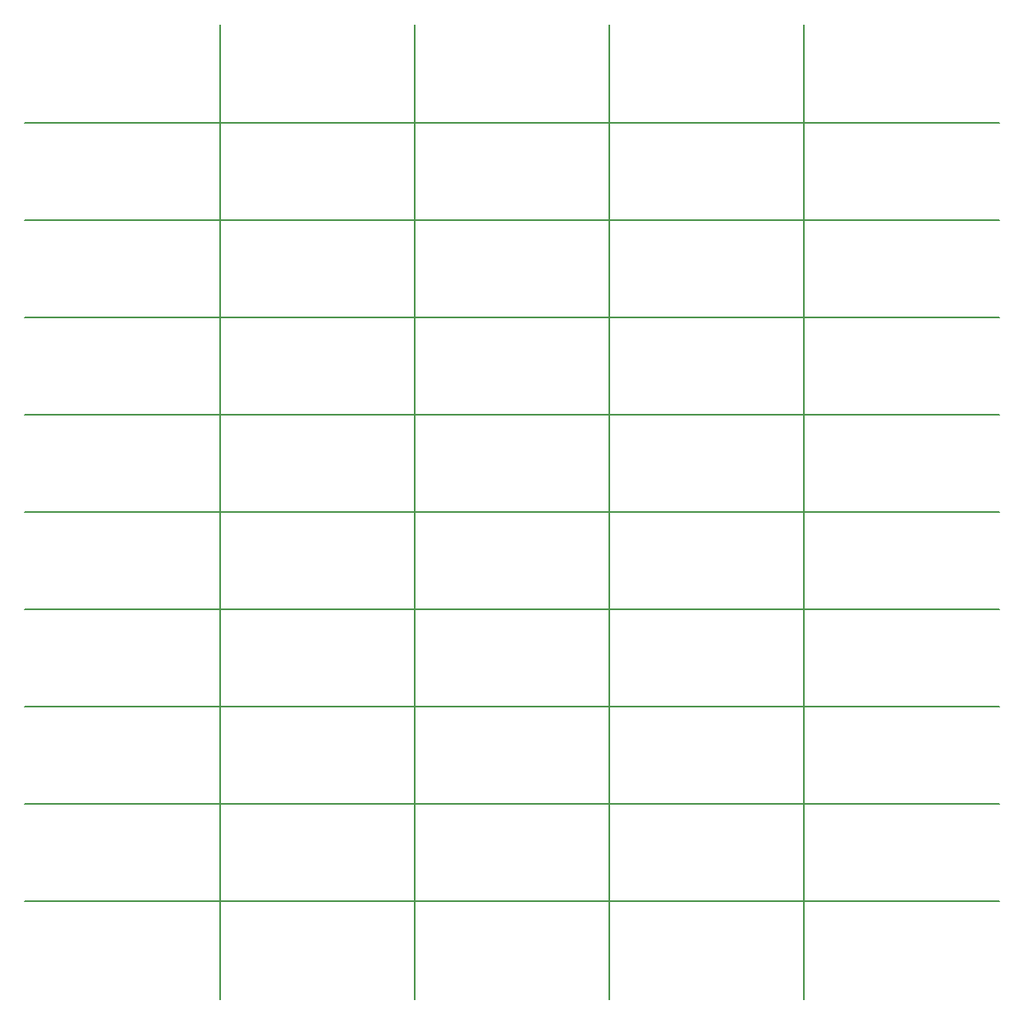
<source format=gbr>
%TF.GenerationSoftware,KiCad,Pcbnew,(5.1.9)-1*%
%TF.CreationDate,2021-08-26T19:28:38+02:00*%
%TF.ProjectId,Logo,4c6f676f-2e6b-4696-9361-645f70636258,rev?*%
%TF.SameCoordinates,Original*%
%TF.FileFunction,Other,ECO1*%
%FSLAX46Y46*%
G04 Gerber Fmt 4.6, Leading zero omitted, Abs format (unit mm)*
G04 Created by KiCad (PCBNEW (5.1.9)-1) date 2021-08-26 19:28:38*
%MOMM*%
%LPD*%
G01*
G04 APERTURE LIST*
%ADD10C,0.150000*%
G04 APERTURE END LIST*
D10*
X125000000Y-45000000D02*
X125000000Y-145000000D01*
X105000000Y-45000000D02*
X105000000Y-145000000D01*
X85000000Y-45000000D02*
X85000000Y-145000000D01*
X65000000Y-45000000D02*
X65000000Y-145000000D01*
X45000000Y-135000000D02*
X145000000Y-135000000D01*
X45000000Y-125000000D02*
X145000000Y-125000000D01*
X45000000Y-115000000D02*
X145000000Y-115000000D01*
X45000000Y-105000000D02*
X145000000Y-105000000D01*
X45000000Y-95000000D02*
X145000000Y-95000000D01*
X45000000Y-85000000D02*
X145000000Y-85000000D01*
X45000000Y-75000000D02*
X145000000Y-75000000D01*
X45000000Y-65000000D02*
X145000000Y-65000000D01*
X45000000Y-55000000D02*
X145000000Y-55000000D01*
M02*

</source>
